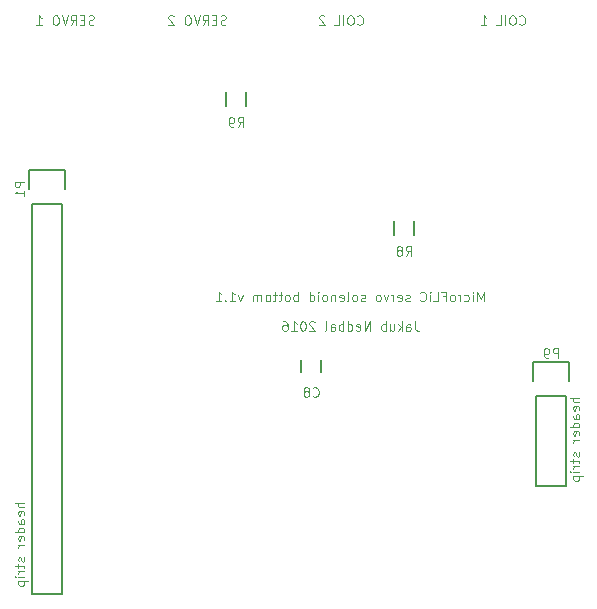
<source format=gbo>
G04 #@! TF.FileFunction,Legend,Bot*
%FSLAX46Y46*%
G04 Gerber Fmt 4.6, Leading zero omitted, Abs format (unit mm)*
G04 Created by KiCad (PCBNEW 4.0.2-4+6225~38~ubuntu14.04.1-stable) date Fri 18 Mar 2016 19:58:13 GMT*
%MOMM*%
G01*
G04 APERTURE LIST*
%ADD10C,0.100000*%
%ADD11C,0.120000*%
%ADD12C,0.150000*%
G04 APERTURE END LIST*
D10*
D11*
X141108288Y-124851905D02*
X141108288Y-124051905D01*
X140841621Y-124623333D01*
X140574954Y-124051905D01*
X140574954Y-124851905D01*
X140194002Y-124851905D02*
X140194002Y-124318571D01*
X140194002Y-124051905D02*
X140232097Y-124090000D01*
X140194002Y-124128095D01*
X140155907Y-124090000D01*
X140194002Y-124051905D01*
X140194002Y-124128095D01*
X139470193Y-124813810D02*
X139546383Y-124851905D01*
X139698764Y-124851905D01*
X139774955Y-124813810D01*
X139813050Y-124775714D01*
X139851145Y-124699524D01*
X139851145Y-124470952D01*
X139813050Y-124394762D01*
X139774955Y-124356667D01*
X139698764Y-124318571D01*
X139546383Y-124318571D01*
X139470193Y-124356667D01*
X139127336Y-124851905D02*
X139127336Y-124318571D01*
X139127336Y-124470952D02*
X139089241Y-124394762D01*
X139051145Y-124356667D01*
X138974955Y-124318571D01*
X138898764Y-124318571D01*
X138517812Y-124851905D02*
X138594003Y-124813810D01*
X138632098Y-124775714D01*
X138670193Y-124699524D01*
X138670193Y-124470952D01*
X138632098Y-124394762D01*
X138594003Y-124356667D01*
X138517812Y-124318571D01*
X138403526Y-124318571D01*
X138327336Y-124356667D01*
X138289241Y-124394762D01*
X138251145Y-124470952D01*
X138251145Y-124699524D01*
X138289241Y-124775714D01*
X138327336Y-124813810D01*
X138403526Y-124851905D01*
X138517812Y-124851905D01*
X137641621Y-124432857D02*
X137908288Y-124432857D01*
X137908288Y-124851905D02*
X137908288Y-124051905D01*
X137527335Y-124051905D01*
X136841621Y-124851905D02*
X137222574Y-124851905D01*
X137222574Y-124051905D01*
X136574955Y-124851905D02*
X136574955Y-124318571D01*
X136574955Y-124051905D02*
X136613050Y-124090000D01*
X136574955Y-124128095D01*
X136536860Y-124090000D01*
X136574955Y-124051905D01*
X136574955Y-124128095D01*
X135736860Y-124775714D02*
X135774955Y-124813810D01*
X135889241Y-124851905D01*
X135965431Y-124851905D01*
X136079717Y-124813810D01*
X136155908Y-124737619D01*
X136194003Y-124661429D01*
X136232098Y-124509048D01*
X136232098Y-124394762D01*
X136194003Y-124242381D01*
X136155908Y-124166190D01*
X136079717Y-124090000D01*
X135965431Y-124051905D01*
X135889241Y-124051905D01*
X135774955Y-124090000D01*
X135736860Y-124128095D01*
X134822574Y-124813810D02*
X134746384Y-124851905D01*
X134594003Y-124851905D01*
X134517812Y-124813810D01*
X134479717Y-124737619D01*
X134479717Y-124699524D01*
X134517812Y-124623333D01*
X134594003Y-124585238D01*
X134708288Y-124585238D01*
X134784479Y-124547143D01*
X134822574Y-124470952D01*
X134822574Y-124432857D01*
X134784479Y-124356667D01*
X134708288Y-124318571D01*
X134594003Y-124318571D01*
X134517812Y-124356667D01*
X133832098Y-124813810D02*
X133908288Y-124851905D01*
X134060669Y-124851905D01*
X134136860Y-124813810D01*
X134174955Y-124737619D01*
X134174955Y-124432857D01*
X134136860Y-124356667D01*
X134060669Y-124318571D01*
X133908288Y-124318571D01*
X133832098Y-124356667D01*
X133794003Y-124432857D01*
X133794003Y-124509048D01*
X134174955Y-124585238D01*
X133451146Y-124851905D02*
X133451146Y-124318571D01*
X133451146Y-124470952D02*
X133413051Y-124394762D01*
X133374955Y-124356667D01*
X133298765Y-124318571D01*
X133222574Y-124318571D01*
X133032098Y-124318571D02*
X132841622Y-124851905D01*
X132651146Y-124318571D01*
X132232098Y-124851905D02*
X132308289Y-124813810D01*
X132346384Y-124775714D01*
X132384479Y-124699524D01*
X132384479Y-124470952D01*
X132346384Y-124394762D01*
X132308289Y-124356667D01*
X132232098Y-124318571D01*
X132117812Y-124318571D01*
X132041622Y-124356667D01*
X132003527Y-124394762D01*
X131965431Y-124470952D01*
X131965431Y-124699524D01*
X132003527Y-124775714D01*
X132041622Y-124813810D01*
X132117812Y-124851905D01*
X132232098Y-124851905D01*
X131051145Y-124813810D02*
X130974955Y-124851905D01*
X130822574Y-124851905D01*
X130746383Y-124813810D01*
X130708288Y-124737619D01*
X130708288Y-124699524D01*
X130746383Y-124623333D01*
X130822574Y-124585238D01*
X130936859Y-124585238D01*
X131013050Y-124547143D01*
X131051145Y-124470952D01*
X131051145Y-124432857D01*
X131013050Y-124356667D01*
X130936859Y-124318571D01*
X130822574Y-124318571D01*
X130746383Y-124356667D01*
X130251145Y-124851905D02*
X130327336Y-124813810D01*
X130365431Y-124775714D01*
X130403526Y-124699524D01*
X130403526Y-124470952D01*
X130365431Y-124394762D01*
X130327336Y-124356667D01*
X130251145Y-124318571D01*
X130136859Y-124318571D01*
X130060669Y-124356667D01*
X130022574Y-124394762D01*
X129984478Y-124470952D01*
X129984478Y-124699524D01*
X130022574Y-124775714D01*
X130060669Y-124813810D01*
X130136859Y-124851905D01*
X130251145Y-124851905D01*
X129527335Y-124851905D02*
X129603526Y-124813810D01*
X129641621Y-124737619D01*
X129641621Y-124051905D01*
X128917811Y-124813810D02*
X128994001Y-124851905D01*
X129146382Y-124851905D01*
X129222573Y-124813810D01*
X129260668Y-124737619D01*
X129260668Y-124432857D01*
X129222573Y-124356667D01*
X129146382Y-124318571D01*
X128994001Y-124318571D01*
X128917811Y-124356667D01*
X128879716Y-124432857D01*
X128879716Y-124509048D01*
X129260668Y-124585238D01*
X128536859Y-124318571D02*
X128536859Y-124851905D01*
X128536859Y-124394762D02*
X128498764Y-124356667D01*
X128422573Y-124318571D01*
X128308287Y-124318571D01*
X128232097Y-124356667D01*
X128194002Y-124432857D01*
X128194002Y-124851905D01*
X127698763Y-124851905D02*
X127774954Y-124813810D01*
X127813049Y-124775714D01*
X127851144Y-124699524D01*
X127851144Y-124470952D01*
X127813049Y-124394762D01*
X127774954Y-124356667D01*
X127698763Y-124318571D01*
X127584477Y-124318571D01*
X127508287Y-124356667D01*
X127470192Y-124394762D01*
X127432096Y-124470952D01*
X127432096Y-124699524D01*
X127470192Y-124775714D01*
X127508287Y-124813810D01*
X127584477Y-124851905D01*
X127698763Y-124851905D01*
X127089239Y-124851905D02*
X127089239Y-124318571D01*
X127089239Y-124051905D02*
X127127334Y-124090000D01*
X127089239Y-124128095D01*
X127051144Y-124090000D01*
X127089239Y-124051905D01*
X127089239Y-124128095D01*
X126365430Y-124851905D02*
X126365430Y-124051905D01*
X126365430Y-124813810D02*
X126441620Y-124851905D01*
X126594001Y-124851905D01*
X126670192Y-124813810D01*
X126708287Y-124775714D01*
X126746382Y-124699524D01*
X126746382Y-124470952D01*
X126708287Y-124394762D01*
X126670192Y-124356667D01*
X126594001Y-124318571D01*
X126441620Y-124318571D01*
X126365430Y-124356667D01*
X125374953Y-124851905D02*
X125374953Y-124051905D01*
X125374953Y-124356667D02*
X125298762Y-124318571D01*
X125146381Y-124318571D01*
X125070191Y-124356667D01*
X125032096Y-124394762D01*
X124994000Y-124470952D01*
X124994000Y-124699524D01*
X125032096Y-124775714D01*
X125070191Y-124813810D01*
X125146381Y-124851905D01*
X125298762Y-124851905D01*
X125374953Y-124813810D01*
X124536857Y-124851905D02*
X124613048Y-124813810D01*
X124651143Y-124775714D01*
X124689238Y-124699524D01*
X124689238Y-124470952D01*
X124651143Y-124394762D01*
X124613048Y-124356667D01*
X124536857Y-124318571D01*
X124422571Y-124318571D01*
X124346381Y-124356667D01*
X124308286Y-124394762D01*
X124270190Y-124470952D01*
X124270190Y-124699524D01*
X124308286Y-124775714D01*
X124346381Y-124813810D01*
X124422571Y-124851905D01*
X124536857Y-124851905D01*
X124041619Y-124318571D02*
X123736857Y-124318571D01*
X123927333Y-124051905D02*
X123927333Y-124737619D01*
X123889238Y-124813810D01*
X123813047Y-124851905D01*
X123736857Y-124851905D01*
X123584476Y-124318571D02*
X123279714Y-124318571D01*
X123470190Y-124051905D02*
X123470190Y-124737619D01*
X123432095Y-124813810D01*
X123355904Y-124851905D01*
X123279714Y-124851905D01*
X122898761Y-124851905D02*
X122974952Y-124813810D01*
X123013047Y-124775714D01*
X123051142Y-124699524D01*
X123051142Y-124470952D01*
X123013047Y-124394762D01*
X122974952Y-124356667D01*
X122898761Y-124318571D01*
X122784475Y-124318571D01*
X122708285Y-124356667D01*
X122670190Y-124394762D01*
X122632094Y-124470952D01*
X122632094Y-124699524D01*
X122670190Y-124775714D01*
X122708285Y-124813810D01*
X122784475Y-124851905D01*
X122898761Y-124851905D01*
X122289237Y-124851905D02*
X122289237Y-124318571D01*
X122289237Y-124394762D02*
X122251142Y-124356667D01*
X122174951Y-124318571D01*
X122060665Y-124318571D01*
X121984475Y-124356667D01*
X121946380Y-124432857D01*
X121946380Y-124851905D01*
X121946380Y-124432857D02*
X121908284Y-124356667D01*
X121832094Y-124318571D01*
X121717808Y-124318571D01*
X121641618Y-124356667D01*
X121603523Y-124432857D01*
X121603523Y-124851905D01*
X120689236Y-124318571D02*
X120498760Y-124851905D01*
X120308284Y-124318571D01*
X119584474Y-124851905D02*
X120041617Y-124851905D01*
X119813046Y-124851905D02*
X119813046Y-124051905D01*
X119889236Y-124166190D01*
X119965427Y-124242381D01*
X120041617Y-124280476D01*
X119241617Y-124775714D02*
X119203522Y-124813810D01*
X119241617Y-124851905D01*
X119279712Y-124813810D01*
X119241617Y-124775714D01*
X119241617Y-124851905D01*
X118441617Y-124851905D02*
X118898760Y-124851905D01*
X118670189Y-124851905D02*
X118670189Y-124051905D01*
X118746379Y-124166190D01*
X118822570Y-124242381D01*
X118898760Y-124280476D01*
X135279716Y-126531905D02*
X135279716Y-127103333D01*
X135317812Y-127217619D01*
X135394002Y-127293810D01*
X135508288Y-127331905D01*
X135584478Y-127331905D01*
X134555907Y-127331905D02*
X134555907Y-126912857D01*
X134594002Y-126836667D01*
X134670192Y-126798571D01*
X134822573Y-126798571D01*
X134898764Y-126836667D01*
X134555907Y-127293810D02*
X134632097Y-127331905D01*
X134822573Y-127331905D01*
X134898764Y-127293810D01*
X134936859Y-127217619D01*
X134936859Y-127141429D01*
X134898764Y-127065238D01*
X134822573Y-127027143D01*
X134632097Y-127027143D01*
X134555907Y-126989048D01*
X134174954Y-127331905D02*
X134174954Y-126531905D01*
X134098763Y-127027143D02*
X133870192Y-127331905D01*
X133870192Y-126798571D02*
X134174954Y-127103333D01*
X133184478Y-126798571D02*
X133184478Y-127331905D01*
X133527335Y-126798571D02*
X133527335Y-127217619D01*
X133489240Y-127293810D01*
X133413049Y-127331905D01*
X133298763Y-127331905D01*
X133222573Y-127293810D01*
X133184478Y-127255714D01*
X132803525Y-127331905D02*
X132803525Y-126531905D01*
X132803525Y-126836667D02*
X132727334Y-126798571D01*
X132574953Y-126798571D01*
X132498763Y-126836667D01*
X132460668Y-126874762D01*
X132422572Y-126950952D01*
X132422572Y-127179524D01*
X132460668Y-127255714D01*
X132498763Y-127293810D01*
X132574953Y-127331905D01*
X132727334Y-127331905D01*
X132803525Y-127293810D01*
X131470191Y-127331905D02*
X131470191Y-126531905D01*
X131013048Y-127331905D01*
X131013048Y-126531905D01*
X130327334Y-127293810D02*
X130403524Y-127331905D01*
X130555905Y-127331905D01*
X130632096Y-127293810D01*
X130670191Y-127217619D01*
X130670191Y-126912857D01*
X130632096Y-126836667D01*
X130555905Y-126798571D01*
X130403524Y-126798571D01*
X130327334Y-126836667D01*
X130289239Y-126912857D01*
X130289239Y-126989048D01*
X130670191Y-127065238D01*
X129603525Y-127331905D02*
X129603525Y-126531905D01*
X129603525Y-127293810D02*
X129679715Y-127331905D01*
X129832096Y-127331905D01*
X129908287Y-127293810D01*
X129946382Y-127255714D01*
X129984477Y-127179524D01*
X129984477Y-126950952D01*
X129946382Y-126874762D01*
X129908287Y-126836667D01*
X129832096Y-126798571D01*
X129679715Y-126798571D01*
X129603525Y-126836667D01*
X129222572Y-127331905D02*
X129222572Y-126531905D01*
X129222572Y-126836667D02*
X129146381Y-126798571D01*
X128994000Y-126798571D01*
X128917810Y-126836667D01*
X128879715Y-126874762D01*
X128841619Y-126950952D01*
X128841619Y-127179524D01*
X128879715Y-127255714D01*
X128917810Y-127293810D01*
X128994000Y-127331905D01*
X129146381Y-127331905D01*
X129222572Y-127293810D01*
X128155905Y-127331905D02*
X128155905Y-126912857D01*
X128194000Y-126836667D01*
X128270190Y-126798571D01*
X128422571Y-126798571D01*
X128498762Y-126836667D01*
X128155905Y-127293810D02*
X128232095Y-127331905D01*
X128422571Y-127331905D01*
X128498762Y-127293810D01*
X128536857Y-127217619D01*
X128536857Y-127141429D01*
X128498762Y-127065238D01*
X128422571Y-127027143D01*
X128232095Y-127027143D01*
X128155905Y-126989048D01*
X127660666Y-127331905D02*
X127736857Y-127293810D01*
X127774952Y-127217619D01*
X127774952Y-126531905D01*
X126784475Y-126608095D02*
X126746380Y-126570000D01*
X126670189Y-126531905D01*
X126479713Y-126531905D01*
X126403523Y-126570000D01*
X126365427Y-126608095D01*
X126327332Y-126684286D01*
X126327332Y-126760476D01*
X126365427Y-126874762D01*
X126822570Y-127331905D01*
X126327332Y-127331905D01*
X125832094Y-126531905D02*
X125755903Y-126531905D01*
X125679713Y-126570000D01*
X125641618Y-126608095D01*
X125603522Y-126684286D01*
X125565427Y-126836667D01*
X125565427Y-127027143D01*
X125603522Y-127179524D01*
X125641618Y-127255714D01*
X125679713Y-127293810D01*
X125755903Y-127331905D01*
X125832094Y-127331905D01*
X125908284Y-127293810D01*
X125946380Y-127255714D01*
X125984475Y-127179524D01*
X126022570Y-127027143D01*
X126022570Y-126836667D01*
X125984475Y-126684286D01*
X125946380Y-126608095D01*
X125908284Y-126570000D01*
X125832094Y-126531905D01*
X124803522Y-127331905D02*
X125260665Y-127331905D01*
X125032094Y-127331905D02*
X125032094Y-126531905D01*
X125108284Y-126646190D01*
X125184475Y-126722381D01*
X125260665Y-126760476D01*
X124117808Y-126531905D02*
X124270189Y-126531905D01*
X124346379Y-126570000D01*
X124384474Y-126608095D01*
X124460665Y-126722381D01*
X124498760Y-126874762D01*
X124498760Y-127179524D01*
X124460665Y-127255714D01*
X124422570Y-127293810D01*
X124346379Y-127331905D01*
X124193998Y-127331905D01*
X124117808Y-127293810D01*
X124079712Y-127255714D01*
X124041617Y-127179524D01*
X124041617Y-126989048D01*
X124079712Y-126912857D01*
X124117808Y-126874762D01*
X124193998Y-126836667D01*
X124346379Y-126836667D01*
X124422570Y-126874762D01*
X124460665Y-126912857D01*
X124498760Y-126989048D01*
X149205905Y-133046094D02*
X148405905Y-133046094D01*
X149205905Y-133388951D02*
X148786857Y-133388951D01*
X148710667Y-133350856D01*
X148672571Y-133274666D01*
X148672571Y-133160380D01*
X148710667Y-133084189D01*
X148748762Y-133046094D01*
X149167810Y-134074666D02*
X149205905Y-133998476D01*
X149205905Y-133846095D01*
X149167810Y-133769904D01*
X149091619Y-133731809D01*
X148786857Y-133731809D01*
X148710667Y-133769904D01*
X148672571Y-133846095D01*
X148672571Y-133998476D01*
X148710667Y-134074666D01*
X148786857Y-134112761D01*
X148863048Y-134112761D01*
X148939238Y-133731809D01*
X149205905Y-134798475D02*
X148786857Y-134798475D01*
X148710667Y-134760380D01*
X148672571Y-134684190D01*
X148672571Y-134531809D01*
X148710667Y-134455618D01*
X149167810Y-134798475D02*
X149205905Y-134722285D01*
X149205905Y-134531809D01*
X149167810Y-134455618D01*
X149091619Y-134417523D01*
X149015429Y-134417523D01*
X148939238Y-134455618D01*
X148901143Y-134531809D01*
X148901143Y-134722285D01*
X148863048Y-134798475D01*
X149205905Y-135522285D02*
X148405905Y-135522285D01*
X149167810Y-135522285D02*
X149205905Y-135446095D01*
X149205905Y-135293714D01*
X149167810Y-135217523D01*
X149129714Y-135179428D01*
X149053524Y-135141333D01*
X148824952Y-135141333D01*
X148748762Y-135179428D01*
X148710667Y-135217523D01*
X148672571Y-135293714D01*
X148672571Y-135446095D01*
X148710667Y-135522285D01*
X149167810Y-136208000D02*
X149205905Y-136131810D01*
X149205905Y-135979429D01*
X149167810Y-135903238D01*
X149091619Y-135865143D01*
X148786857Y-135865143D01*
X148710667Y-135903238D01*
X148672571Y-135979429D01*
X148672571Y-136131810D01*
X148710667Y-136208000D01*
X148786857Y-136246095D01*
X148863048Y-136246095D01*
X148939238Y-135865143D01*
X149205905Y-136588952D02*
X148672571Y-136588952D01*
X148824952Y-136588952D02*
X148748762Y-136627047D01*
X148710667Y-136665143D01*
X148672571Y-136741333D01*
X148672571Y-136817524D01*
X149167810Y-137655619D02*
X149205905Y-137731809D01*
X149205905Y-137884190D01*
X149167810Y-137960381D01*
X149091619Y-137998476D01*
X149053524Y-137998476D01*
X148977333Y-137960381D01*
X148939238Y-137884190D01*
X148939238Y-137769905D01*
X148901143Y-137693714D01*
X148824952Y-137655619D01*
X148786857Y-137655619D01*
X148710667Y-137693714D01*
X148672571Y-137769905D01*
X148672571Y-137884190D01*
X148710667Y-137960381D01*
X148672571Y-138227047D02*
X148672571Y-138531809D01*
X148405905Y-138341333D02*
X149091619Y-138341333D01*
X149167810Y-138379428D01*
X149205905Y-138455619D01*
X149205905Y-138531809D01*
X149205905Y-138798476D02*
X148672571Y-138798476D01*
X148824952Y-138798476D02*
X148748762Y-138836571D01*
X148710667Y-138874667D01*
X148672571Y-138950857D01*
X148672571Y-139027048D01*
X149205905Y-139293714D02*
X148672571Y-139293714D01*
X148405905Y-139293714D02*
X148444000Y-139255619D01*
X148482095Y-139293714D01*
X148444000Y-139331809D01*
X148405905Y-139293714D01*
X148482095Y-139293714D01*
X148672571Y-139674666D02*
X149472571Y-139674666D01*
X148710667Y-139674666D02*
X148672571Y-139750857D01*
X148672571Y-139903238D01*
X148710667Y-139979428D01*
X148748762Y-140017523D01*
X148824952Y-140055619D01*
X149053524Y-140055619D01*
X149129714Y-140017523D01*
X149167810Y-139979428D01*
X149205905Y-139903238D01*
X149205905Y-139750857D01*
X149167810Y-139674666D01*
X119278095Y-101415810D02*
X119163809Y-101453905D01*
X118973333Y-101453905D01*
X118897143Y-101415810D01*
X118859047Y-101377714D01*
X118820952Y-101301524D01*
X118820952Y-101225333D01*
X118859047Y-101149143D01*
X118897143Y-101111048D01*
X118973333Y-101072952D01*
X119125714Y-101034857D01*
X119201905Y-100996762D01*
X119240000Y-100958667D01*
X119278095Y-100882476D01*
X119278095Y-100806286D01*
X119240000Y-100730095D01*
X119201905Y-100692000D01*
X119125714Y-100653905D01*
X118935238Y-100653905D01*
X118820952Y-100692000D01*
X118478095Y-101034857D02*
X118211428Y-101034857D01*
X118097142Y-101453905D02*
X118478095Y-101453905D01*
X118478095Y-100653905D01*
X118097142Y-100653905D01*
X117297142Y-101453905D02*
X117563809Y-101072952D01*
X117754285Y-101453905D02*
X117754285Y-100653905D01*
X117449523Y-100653905D01*
X117373332Y-100692000D01*
X117335237Y-100730095D01*
X117297142Y-100806286D01*
X117297142Y-100920571D01*
X117335237Y-100996762D01*
X117373332Y-101034857D01*
X117449523Y-101072952D01*
X117754285Y-101072952D01*
X117068571Y-100653905D02*
X116801904Y-101453905D01*
X116535237Y-100653905D01*
X116116190Y-100653905D02*
X115963809Y-100653905D01*
X115887618Y-100692000D01*
X115811428Y-100768190D01*
X115773333Y-100920571D01*
X115773333Y-101187238D01*
X115811428Y-101339619D01*
X115887618Y-101415810D01*
X115963809Y-101453905D01*
X116116190Y-101453905D01*
X116192380Y-101415810D01*
X116268571Y-101339619D01*
X116306666Y-101187238D01*
X116306666Y-100920571D01*
X116268571Y-100768190D01*
X116192380Y-100692000D01*
X116116190Y-100653905D01*
X114859047Y-100730095D02*
X114820952Y-100692000D01*
X114744761Y-100653905D01*
X114554285Y-100653905D01*
X114478095Y-100692000D01*
X114439999Y-100730095D01*
X114401904Y-100806286D01*
X114401904Y-100882476D01*
X114439999Y-100996762D01*
X114897142Y-101453905D01*
X114401904Y-101453905D01*
X108102095Y-101415810D02*
X107987809Y-101453905D01*
X107797333Y-101453905D01*
X107721143Y-101415810D01*
X107683047Y-101377714D01*
X107644952Y-101301524D01*
X107644952Y-101225333D01*
X107683047Y-101149143D01*
X107721143Y-101111048D01*
X107797333Y-101072952D01*
X107949714Y-101034857D01*
X108025905Y-100996762D01*
X108064000Y-100958667D01*
X108102095Y-100882476D01*
X108102095Y-100806286D01*
X108064000Y-100730095D01*
X108025905Y-100692000D01*
X107949714Y-100653905D01*
X107759238Y-100653905D01*
X107644952Y-100692000D01*
X107302095Y-101034857D02*
X107035428Y-101034857D01*
X106921142Y-101453905D02*
X107302095Y-101453905D01*
X107302095Y-100653905D01*
X106921142Y-100653905D01*
X106121142Y-101453905D02*
X106387809Y-101072952D01*
X106578285Y-101453905D02*
X106578285Y-100653905D01*
X106273523Y-100653905D01*
X106197332Y-100692000D01*
X106159237Y-100730095D01*
X106121142Y-100806286D01*
X106121142Y-100920571D01*
X106159237Y-100996762D01*
X106197332Y-101034857D01*
X106273523Y-101072952D01*
X106578285Y-101072952D01*
X105892571Y-100653905D02*
X105625904Y-101453905D01*
X105359237Y-100653905D01*
X104940190Y-100653905D02*
X104787809Y-100653905D01*
X104711618Y-100692000D01*
X104635428Y-100768190D01*
X104597333Y-100920571D01*
X104597333Y-101187238D01*
X104635428Y-101339619D01*
X104711618Y-101415810D01*
X104787809Y-101453905D01*
X104940190Y-101453905D01*
X105016380Y-101415810D01*
X105092571Y-101339619D01*
X105130666Y-101187238D01*
X105130666Y-100920571D01*
X105092571Y-100768190D01*
X105016380Y-100692000D01*
X104940190Y-100653905D01*
X103225904Y-101453905D02*
X103683047Y-101453905D01*
X103454476Y-101453905D02*
X103454476Y-100653905D01*
X103530666Y-100768190D01*
X103606857Y-100844381D01*
X103683047Y-100882476D01*
X144119428Y-101377714D02*
X144157523Y-101415810D01*
X144271809Y-101453905D01*
X144347999Y-101453905D01*
X144462285Y-101415810D01*
X144538476Y-101339619D01*
X144576571Y-101263429D01*
X144614666Y-101111048D01*
X144614666Y-100996762D01*
X144576571Y-100844381D01*
X144538476Y-100768190D01*
X144462285Y-100692000D01*
X144347999Y-100653905D01*
X144271809Y-100653905D01*
X144157523Y-100692000D01*
X144119428Y-100730095D01*
X143624190Y-100653905D02*
X143471809Y-100653905D01*
X143395618Y-100692000D01*
X143319428Y-100768190D01*
X143281333Y-100920571D01*
X143281333Y-101187238D01*
X143319428Y-101339619D01*
X143395618Y-101415810D01*
X143471809Y-101453905D01*
X143624190Y-101453905D01*
X143700380Y-101415810D01*
X143776571Y-101339619D01*
X143814666Y-101187238D01*
X143814666Y-100920571D01*
X143776571Y-100768190D01*
X143700380Y-100692000D01*
X143624190Y-100653905D01*
X142938476Y-101453905D02*
X142938476Y-100653905D01*
X142176571Y-101453905D02*
X142557524Y-101453905D01*
X142557524Y-100653905D01*
X140881333Y-101453905D02*
X141338476Y-101453905D01*
X141109905Y-101453905D02*
X141109905Y-100653905D01*
X141186095Y-100768190D01*
X141262286Y-100844381D01*
X141338476Y-100882476D01*
X130403428Y-101377714D02*
X130441523Y-101415810D01*
X130555809Y-101453905D01*
X130631999Y-101453905D01*
X130746285Y-101415810D01*
X130822476Y-101339619D01*
X130860571Y-101263429D01*
X130898666Y-101111048D01*
X130898666Y-100996762D01*
X130860571Y-100844381D01*
X130822476Y-100768190D01*
X130746285Y-100692000D01*
X130631999Y-100653905D01*
X130555809Y-100653905D01*
X130441523Y-100692000D01*
X130403428Y-100730095D01*
X129908190Y-100653905D02*
X129755809Y-100653905D01*
X129679618Y-100692000D01*
X129603428Y-100768190D01*
X129565333Y-100920571D01*
X129565333Y-101187238D01*
X129603428Y-101339619D01*
X129679618Y-101415810D01*
X129755809Y-101453905D01*
X129908190Y-101453905D01*
X129984380Y-101415810D01*
X130060571Y-101339619D01*
X130098666Y-101187238D01*
X130098666Y-100920571D01*
X130060571Y-100768190D01*
X129984380Y-100692000D01*
X129908190Y-100653905D01*
X129222476Y-101453905D02*
X129222476Y-100653905D01*
X128460571Y-101453905D02*
X128841524Y-101453905D01*
X128841524Y-100653905D01*
X127622476Y-100730095D02*
X127584381Y-100692000D01*
X127508190Y-100653905D01*
X127317714Y-100653905D01*
X127241524Y-100692000D01*
X127203428Y-100730095D01*
X127165333Y-100806286D01*
X127165333Y-100882476D01*
X127203428Y-100996762D01*
X127660571Y-101453905D01*
X127165333Y-101453905D01*
X102215905Y-141936094D02*
X101415905Y-141936094D01*
X102215905Y-142278951D02*
X101796857Y-142278951D01*
X101720667Y-142240856D01*
X101682571Y-142164666D01*
X101682571Y-142050380D01*
X101720667Y-141974189D01*
X101758762Y-141936094D01*
X102177810Y-142964666D02*
X102215905Y-142888476D01*
X102215905Y-142736095D01*
X102177810Y-142659904D01*
X102101619Y-142621809D01*
X101796857Y-142621809D01*
X101720667Y-142659904D01*
X101682571Y-142736095D01*
X101682571Y-142888476D01*
X101720667Y-142964666D01*
X101796857Y-143002761D01*
X101873048Y-143002761D01*
X101949238Y-142621809D01*
X102215905Y-143688475D02*
X101796857Y-143688475D01*
X101720667Y-143650380D01*
X101682571Y-143574190D01*
X101682571Y-143421809D01*
X101720667Y-143345618D01*
X102177810Y-143688475D02*
X102215905Y-143612285D01*
X102215905Y-143421809D01*
X102177810Y-143345618D01*
X102101619Y-143307523D01*
X102025429Y-143307523D01*
X101949238Y-143345618D01*
X101911143Y-143421809D01*
X101911143Y-143612285D01*
X101873048Y-143688475D01*
X102215905Y-144412285D02*
X101415905Y-144412285D01*
X102177810Y-144412285D02*
X102215905Y-144336095D01*
X102215905Y-144183714D01*
X102177810Y-144107523D01*
X102139714Y-144069428D01*
X102063524Y-144031333D01*
X101834952Y-144031333D01*
X101758762Y-144069428D01*
X101720667Y-144107523D01*
X101682571Y-144183714D01*
X101682571Y-144336095D01*
X101720667Y-144412285D01*
X102177810Y-145098000D02*
X102215905Y-145021810D01*
X102215905Y-144869429D01*
X102177810Y-144793238D01*
X102101619Y-144755143D01*
X101796857Y-144755143D01*
X101720667Y-144793238D01*
X101682571Y-144869429D01*
X101682571Y-145021810D01*
X101720667Y-145098000D01*
X101796857Y-145136095D01*
X101873048Y-145136095D01*
X101949238Y-144755143D01*
X102215905Y-145478952D02*
X101682571Y-145478952D01*
X101834952Y-145478952D02*
X101758762Y-145517047D01*
X101720667Y-145555143D01*
X101682571Y-145631333D01*
X101682571Y-145707524D01*
X102177810Y-146545619D02*
X102215905Y-146621809D01*
X102215905Y-146774190D01*
X102177810Y-146850381D01*
X102101619Y-146888476D01*
X102063524Y-146888476D01*
X101987333Y-146850381D01*
X101949238Y-146774190D01*
X101949238Y-146659905D01*
X101911143Y-146583714D01*
X101834952Y-146545619D01*
X101796857Y-146545619D01*
X101720667Y-146583714D01*
X101682571Y-146659905D01*
X101682571Y-146774190D01*
X101720667Y-146850381D01*
X101682571Y-147117047D02*
X101682571Y-147421809D01*
X101415905Y-147231333D02*
X102101619Y-147231333D01*
X102177810Y-147269428D01*
X102215905Y-147345619D01*
X102215905Y-147421809D01*
X102215905Y-147688476D02*
X101682571Y-147688476D01*
X101834952Y-147688476D02*
X101758762Y-147726571D01*
X101720667Y-147764667D01*
X101682571Y-147840857D01*
X101682571Y-147917048D01*
X102215905Y-148183714D02*
X101682571Y-148183714D01*
X101415905Y-148183714D02*
X101454000Y-148145619D01*
X101492095Y-148183714D01*
X101454000Y-148221809D01*
X101415905Y-148183714D01*
X101492095Y-148183714D01*
X101682571Y-148564666D02*
X102482571Y-148564666D01*
X101720667Y-148564666D02*
X101682571Y-148640857D01*
X101682571Y-148793238D01*
X101720667Y-148869428D01*
X101758762Y-148907523D01*
X101834952Y-148945619D01*
X102063524Y-148945619D01*
X102139714Y-148907523D01*
X102177810Y-148869428D01*
X102215905Y-148793238D01*
X102215905Y-148640857D01*
X102177810Y-148564666D01*
D12*
X119267000Y-107096000D02*
X119267000Y-108296000D01*
X121017000Y-108296000D02*
X121017000Y-107096000D01*
X148082000Y-132842000D02*
X148082000Y-140462000D01*
X145542000Y-132842000D02*
X145542000Y-140462000D01*
X145262000Y-130022000D02*
X145262000Y-131572000D01*
X148082000Y-140462000D02*
X145542000Y-140462000D01*
X145542000Y-132842000D02*
X148082000Y-132842000D01*
X148362000Y-131572000D02*
X148362000Y-130022000D01*
X148362000Y-130022000D02*
X145262000Y-130022000D01*
X135241000Y-119218000D02*
X135241000Y-118018000D01*
X133491000Y-118018000D02*
X133491000Y-119218000D01*
X105410000Y-116586000D02*
X105410000Y-149606000D01*
X105410000Y-149606000D02*
X102870000Y-149606000D01*
X102870000Y-149606000D02*
X102870000Y-116586000D01*
X102590000Y-113766000D02*
X102590000Y-115316000D01*
X102870000Y-116586000D02*
X105410000Y-116586000D01*
X105690000Y-115316000D02*
X105690000Y-113766000D01*
X105690000Y-113766000D02*
X102590000Y-113766000D01*
X125642000Y-130802000D02*
X125642000Y-129802000D01*
X127342000Y-129802000D02*
X127342000Y-130802000D01*
D11*
X120275333Y-110089905D02*
X120542000Y-109708952D01*
X120732476Y-110089905D02*
X120732476Y-109289905D01*
X120427714Y-109289905D01*
X120351523Y-109328000D01*
X120313428Y-109366095D01*
X120275333Y-109442286D01*
X120275333Y-109556571D01*
X120313428Y-109632762D01*
X120351523Y-109670857D01*
X120427714Y-109708952D01*
X120732476Y-109708952D01*
X119894381Y-110089905D02*
X119742000Y-110089905D01*
X119665809Y-110051810D01*
X119627714Y-110013714D01*
X119551523Y-109899429D01*
X119513428Y-109747048D01*
X119513428Y-109442286D01*
X119551523Y-109366095D01*
X119589619Y-109328000D01*
X119665809Y-109289905D01*
X119818190Y-109289905D01*
X119894381Y-109328000D01*
X119932476Y-109366095D01*
X119970571Y-109442286D01*
X119970571Y-109632762D01*
X119932476Y-109708952D01*
X119894381Y-109747048D01*
X119818190Y-109785143D01*
X119665809Y-109785143D01*
X119589619Y-109747048D01*
X119551523Y-109708952D01*
X119513428Y-109632762D01*
X147402476Y-129647905D02*
X147402476Y-128847905D01*
X147097714Y-128847905D01*
X147021523Y-128886000D01*
X146983428Y-128924095D01*
X146945333Y-129000286D01*
X146945333Y-129114571D01*
X146983428Y-129190762D01*
X147021523Y-129228857D01*
X147097714Y-129266952D01*
X147402476Y-129266952D01*
X146564381Y-129647905D02*
X146412000Y-129647905D01*
X146335809Y-129609810D01*
X146297714Y-129571714D01*
X146221523Y-129457429D01*
X146183428Y-129305048D01*
X146183428Y-129000286D01*
X146221523Y-128924095D01*
X146259619Y-128886000D01*
X146335809Y-128847905D01*
X146488190Y-128847905D01*
X146564381Y-128886000D01*
X146602476Y-128924095D01*
X146640571Y-129000286D01*
X146640571Y-129190762D01*
X146602476Y-129266952D01*
X146564381Y-129305048D01*
X146488190Y-129343143D01*
X146335809Y-129343143D01*
X146259619Y-129305048D01*
X146221523Y-129266952D01*
X146183428Y-129190762D01*
X134499333Y-121011905D02*
X134766000Y-120630952D01*
X134956476Y-121011905D02*
X134956476Y-120211905D01*
X134651714Y-120211905D01*
X134575523Y-120250000D01*
X134537428Y-120288095D01*
X134499333Y-120364286D01*
X134499333Y-120478571D01*
X134537428Y-120554762D01*
X134575523Y-120592857D01*
X134651714Y-120630952D01*
X134956476Y-120630952D01*
X134042190Y-120554762D02*
X134118381Y-120516667D01*
X134156476Y-120478571D01*
X134194571Y-120402381D01*
X134194571Y-120364286D01*
X134156476Y-120288095D01*
X134118381Y-120250000D01*
X134042190Y-120211905D01*
X133889809Y-120211905D01*
X133813619Y-120250000D01*
X133775523Y-120288095D01*
X133737428Y-120364286D01*
X133737428Y-120402381D01*
X133775523Y-120478571D01*
X133813619Y-120516667D01*
X133889809Y-120554762D01*
X134042190Y-120554762D01*
X134118381Y-120592857D01*
X134156476Y-120630952D01*
X134194571Y-120707143D01*
X134194571Y-120859524D01*
X134156476Y-120935714D01*
X134118381Y-120973810D01*
X134042190Y-121011905D01*
X133889809Y-121011905D01*
X133813619Y-120973810D01*
X133775523Y-120935714D01*
X133737428Y-120859524D01*
X133737428Y-120707143D01*
X133775523Y-120630952D01*
X133813619Y-120592857D01*
X133889809Y-120554762D01*
X102215905Y-114725524D02*
X101415905Y-114725524D01*
X101415905Y-115030286D01*
X101454000Y-115106477D01*
X101492095Y-115144572D01*
X101568286Y-115182667D01*
X101682571Y-115182667D01*
X101758762Y-115144572D01*
X101796857Y-115106477D01*
X101834952Y-115030286D01*
X101834952Y-114725524D01*
X102215905Y-115944572D02*
X102215905Y-115487429D01*
X102215905Y-115716000D02*
X101415905Y-115716000D01*
X101530190Y-115639810D01*
X101606381Y-115563619D01*
X101644476Y-115487429D01*
X126625333Y-132873714D02*
X126663428Y-132911810D01*
X126777714Y-132949905D01*
X126853904Y-132949905D01*
X126968190Y-132911810D01*
X127044381Y-132835619D01*
X127082476Y-132759429D01*
X127120571Y-132607048D01*
X127120571Y-132492762D01*
X127082476Y-132340381D01*
X127044381Y-132264190D01*
X126968190Y-132188000D01*
X126853904Y-132149905D01*
X126777714Y-132149905D01*
X126663428Y-132188000D01*
X126625333Y-132226095D01*
X126168190Y-132492762D02*
X126244381Y-132454667D01*
X126282476Y-132416571D01*
X126320571Y-132340381D01*
X126320571Y-132302286D01*
X126282476Y-132226095D01*
X126244381Y-132188000D01*
X126168190Y-132149905D01*
X126015809Y-132149905D01*
X125939619Y-132188000D01*
X125901523Y-132226095D01*
X125863428Y-132302286D01*
X125863428Y-132340381D01*
X125901523Y-132416571D01*
X125939619Y-132454667D01*
X126015809Y-132492762D01*
X126168190Y-132492762D01*
X126244381Y-132530857D01*
X126282476Y-132568952D01*
X126320571Y-132645143D01*
X126320571Y-132797524D01*
X126282476Y-132873714D01*
X126244381Y-132911810D01*
X126168190Y-132949905D01*
X126015809Y-132949905D01*
X125939619Y-132911810D01*
X125901523Y-132873714D01*
X125863428Y-132797524D01*
X125863428Y-132645143D01*
X125901523Y-132568952D01*
X125939619Y-132530857D01*
X126015809Y-132492762D01*
M02*

</source>
